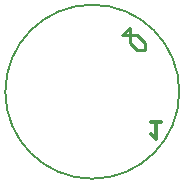
<source format=gto>
G04 (created by PCBNEW (2013-jul-07)-stable) date Fri 20 Feb 2015 12:40:47 AM EST*
%MOIN*%
G04 Gerber Fmt 3.4, Leading zero omitted, Abs format*
%FSLAX34Y34*%
G01*
G70*
G90*
G04 APERTURE LIST*
%ADD10C,0.00590551*%
%ADD11C,0.011811*%
%ADD12C,0.00887402*%
%ADD13C,0.00787402*%
G04 APERTURE END LIST*
G54D10*
G54D11*
X41658Y-20686D02*
X41321Y-20686D01*
X41490Y-20686D02*
X41490Y-21277D01*
X41433Y-21193D01*
X41377Y-21136D01*
X41321Y-21108D01*
G54D12*
X41117Y-18045D02*
X41117Y-18295D01*
X40867Y-17795D02*
X41117Y-18045D01*
X40617Y-17795D02*
X40867Y-17795D01*
X40367Y-17795D02*
X40617Y-17795D01*
X40617Y-17545D02*
X40367Y-17795D01*
X40617Y-17795D02*
X40617Y-17545D01*
G54D13*
X40367Y-17795D02*
X40617Y-17795D01*
X40617Y-17795D02*
X40367Y-17795D01*
G54D12*
X40617Y-18045D02*
X40617Y-17795D01*
X40867Y-18295D02*
X40617Y-18045D01*
X41117Y-18295D02*
X40867Y-18295D01*
G54D10*
X42270Y-19685D02*
G75*
G03X42270Y-19685I-2900J0D01*
G74*
G01*
M02*

</source>
